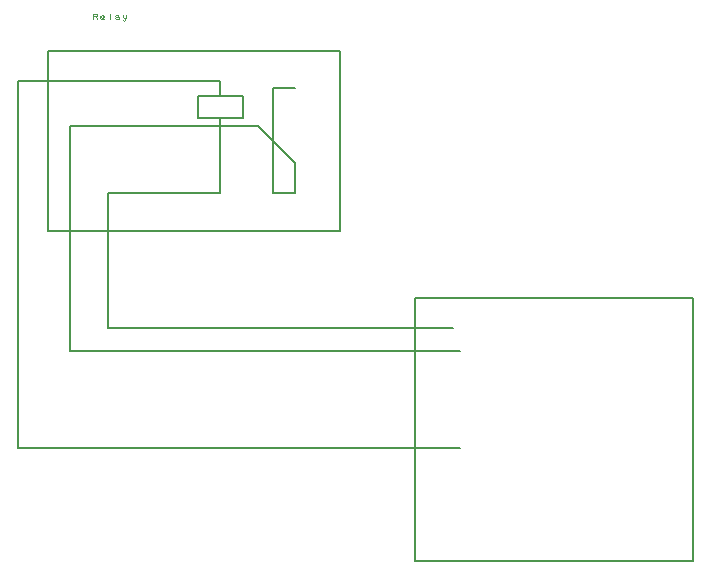
<source format=gbr>
G04 EasyPC Gerber Version 21.0.3 Build 4286 *
G04 #@! TF.Part,Single*
G04 #@! TF.FileFunction,Other,Design1 - Top Documentation *
G04 #@! TF.FilePolarity,Positive *
%FSLAX35Y35*%
%MOIN*%
%ADD10C,0.00100*%
%ADD11C,0.00500*%
X0Y0D02*
D02*
D10*
X72750Y193219D02*
Y195094D01*
X73844*
X74156Y194937*
X74313Y194625*
X74156Y194313*
X73844Y194156*
X72750*
X73844D02*
X74313Y193219D01*
X76500Y193375D02*
X76344Y193219D01*
X76031*
X75719*
X75406Y193375*
X75250Y193687*
Y194156*
X75406Y194313*
X75719Y194469*
X76031*
X76344Y194313*
X76500Y194156*
Y194000*
X76344Y193844*
X76031Y193687*
X75719*
X75406Y193844*
X75250Y194000*
X78531Y193219D02*
X78375D01*
Y195094*
X80250Y194313D02*
X80563Y194469D01*
X81031*
X81344Y194313*
X81500Y194000*
Y193531*
X81344Y193375*
X81031Y193219*
X80719*
X80406Y193375*
X80250Y193531*
Y193687*
X80406Y193844*
X80719Y194000*
X81031*
X81344Y193844*
X81500Y193687*
Y193531D02*
Y193219D01*
X82750Y194469D02*
X82906Y193844D01*
X83219Y193531*
X83531*
X83844Y193844*
X84000Y194469*
X83844Y193844D02*
X83687Y193219D01*
X83531Y192906*
X83219Y192750*
X82906Y192906*
D02*
D11*
X47750Y50250D02*
Y172750D01*
X87750*
X57750Y122750D02*
X155250D01*
Y182750*
X57750*
Y122750*
X65250Y82750D02*
Y157750D01*
X72750*
X127750*
X77750Y90250D02*
Y135250D01*
X85250*
X87750Y172750D02*
X115250D01*
X107750Y160250D02*
X122750D01*
Y167750*
X107750*
Y160250*
X115250Y135250D02*
X85250D01*
X115250Y160250D02*
Y135250D01*
Y172750D02*
Y167750D01*
X127750Y157750D02*
X140250Y145250D01*
X132750Y135250D02*
X140250D01*
X132750Y170250D02*
Y135250D01*
X140250D02*
Y145250D01*
Y170250D02*
X132750D01*
X180250Y100152D02*
X272750D01*
Y12750*
X180250*
Y100152*
X192750Y90250D02*
X77750D01*
X195250Y50250D02*
X47750D01*
X195250Y82750D02*
X65250D01*
X0Y0D02*
M02*

</source>
